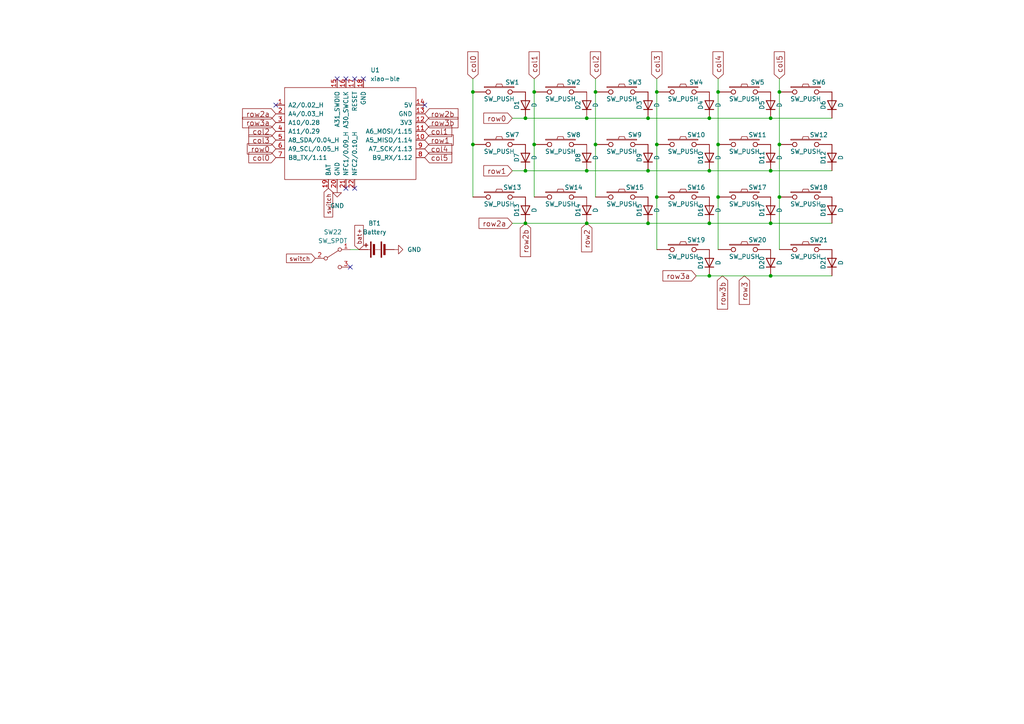
<source format=kicad_sch>
(kicad_sch (version 20230121) (generator eeschema)
  (paper "A4")
  (title_block (title "Corne Chocolate") (date "2018-11-16") (rev "2.0") (company "foostan"))
  (lib_symbols
    (symbol "Device:Battery" (pin_numbers hide) (pin_names (offset 0) hide)
      (property "Reference" "BT" (at 2.54 2.54 0))
      (property "Value" "Battery" (at 2.54 0 0))
      (symbol "Battery_0_1"
        (rectangle (start -2.286 -1.27) (end 2.286 -1.524) (fill (type outline)))
        (rectangle (start -2.286 1.778) (end 2.286 1.524) (fill (type outline)))
        (rectangle (start -1.524 -2.032) (end 1.524 -2.54) (fill (type outline)))
        (rectangle (start -1.524 1.016) (end 1.524 0.508) (fill (type outline)))
        (polyline (pts (xy 0 -1.016) (xy 0 -0.762)))
        (polyline (pts (xy 0 -0.508) (xy 0 -0.254)))
        (polyline (pts (xy 0 0) (xy 0 0.254)))
        (polyline (pts (xy 0 1.778) (xy 0 2.54)))
        (polyline (pts (xy 0.762 3.048) (xy 1.778 3.048)) (stroke (width 0.254)))
        (polyline (pts (xy 1.27 3.556) (xy 1.27 2.54)) (stroke (width 0.254)))
      )
      (symbol "Battery_1_1"
        (pin passive line (at 0 5.08 270) (length 2.54) (name "+") (number "1"))
        (pin passive line (at 0 -5.08 90) (length 2.54) (name "-") (number "2"))
      )
    )
    (symbol "Device:D" (pin_numbers hide) (pin_names (offset 1.016) hide)
      (property "Reference" "D" (at 0 2.54 0))
      (property "Value" "D" (at 0 -2.54 0))
      (symbol "D_0_1"
        (polyline (pts (xy -1.27 1.27) (xy -1.27 -1.27)) (stroke (width 0.254)))
        (polyline (pts (xy 1.27 0) (xy -1.27 0)))
        (polyline (pts (xy 1.27 1.27) (xy 1.27 -1.27) (xy -1.27 0) (xy 1.27 1.27)) (stroke (width 0.254)))
      )
      (symbol "D_1_1"
        (pin passive line (at -3.81 0 0) (length 2.54) (name "K") (number "1"))
        (pin passive line (at 3.81 0 180) (length 2.54) (name "A") (number "2"))
      )
    )
    (symbol "Switch:SW_SPDT" (pin_names (offset 0) hide)
      (property "Reference" "SW" (at 0 4.318 0))
      (property "Value" "SW_SPDT" (at 0 -5.08 0))
      (symbol "SW_SPDT_0_0"
        (circle (center -2.032 0) (radius 0.508))
        (circle (center 2.032 -2.54) (radius 0.508))
      )
      (symbol "SW_SPDT_0_1"
        (polyline (pts (xy -1.524 0.254) (xy 1.651 2.286)))
        (circle (center 2.032 2.54) (radius 0.508))
      )
      (symbol "SW_SPDT_1_1"
        (pin passive line (at 5.08 2.54 180) (length 2.54) (name "A") (number "1"))
        (pin passive line (at -5.08 0 0) (length 2.54) (name "B") (number "2"))
        (pin passive line (at 5.08 -2.54 180) (length 2.54) (name "C") (number "3"))
      )
    )
    (symbol "corne-chocolate-rescue:SW_PUSH-kbd" (pin_numbers hide) (pin_names (offset 1.016) hide)
      (property "Reference" "SW" (at 3.81 2.794 0))
      (property "Value" "SW_PUSH-kbd" (at 0 -2.032 0))
      (symbol "SW_PUSH-kbd_0_1"
        (rectangle (start -4.318 1.27) (end 4.318 1.524))
        (polyline (pts (xy -1.016 1.524) (xy -0.762 2.286) (xy 0.762 2.286) (xy 1.016 1.524)))
        (pin passive inverted (at -7.62 0 0) (length 5.08) (name "1") (number "1"))
        (pin passive inverted (at 7.62 0 180) (length 5.08) (name "2") (number "2"))
      )
    )
    (symbol "kleeb-mcu:xiao-ble" (pin_names (offset 1.016))
      (property "Reference" "U" (at -17.78 16.51 0))
      (property "Value" "xiao-ble" (at -15.24 13.97 0))
      (symbol "xiao-ble_0_1"
        (rectangle (start -19.05 12.7) (end 19.05 -13.97))
      )
      (symbol "xiao-ble_1_1"
        (pin bidirectional line (at -21.59 7.62 0) (length 2.54) (name "A2/0.02_H") (number "1"))
        (pin bidirectional line (at 21.59 -2.54 180) (length 2.54) (name "A5_MISO/1.14") (number "10"))
        (pin bidirectional line (at 21.59 0 180) (length 2.54) (name "A6_MOSI/1.15") (number "11"))
        (pin power_out line (at 21.59 2.54 180) (length 2.54) (name "3V3") (number "12"))
        (pin power_out line (at 21.59 5.08 180) (length 2.54) (name "GND") (number "13"))
        (pin power_out line (at 21.59 7.62 180) (length 2.54) (name "5V") (number "14"))
        (pin input line (at -3.81 15.24 270) (length 2.54) (name "A31_SWDIO") (number "15"))
        (pin input line (at -1.27 15.24 270) (length 2.54) (name "A30_SWCLK") (number "16"))
        (pin input line (at 1.27 15.24 270) (length 2.54) (name "RESET") (number "17"))
        (pin power_out line (at 3.81 15.24 270) (length 2.54) (name "GND") (number "18"))
        (pin bidirectional line (at -6.35 -16.51 90) (length 2.54) (name "BAT") (number "19"))
        (pin bidirectional line (at -21.59 5.08 0) (length 2.54) (name "A4/0.03_H") (number "2"))
        (pin power_out line (at -3.81 -16.51 90) (length 2.54) (name "GND") (number "20"))
        (pin bidirectional line (at -1.27 -16.51 90) (length 2.54) (name "NFC1/0.09_H") (number "21"))
        (pin bidirectional line (at 1.27 -16.51 90) (length 2.54) (name "NFC2/0.10_H") (number "22"))
        (pin bidirectional line (at -21.59 2.54 0) (length 2.54) (name "A10/0.28") (number "3"))
        (pin bidirectional line (at -21.59 0 0) (length 2.54) (name "A11/0.29") (number "4"))
        (pin bidirectional line (at -21.59 -2.54 0) (length 2.54) (name "A8_SDA/0.04_H") (number "5"))
        (pin bidirectional line (at -21.59 -5.08 0) (length 2.54) (name "A9_SCL/0.05_H") (number "6"))
        (pin bidirectional line (at -21.59 -7.62 0) (length 2.54) (name "B8_TX/1.11") (number "7"))
        (pin bidirectional line (at 21.59 -7.62 180) (length 2.54) (name "B9_RX/1.12") (number "8"))
        (pin bidirectional line (at 21.59 -5.08 180) (length 2.54) (name "A7_SCK/1.13") (number "9"))
      )
    )
    (symbol "power:GND" (power) (pin_names (offset 0))
      (property "Value" "GND" (at 0 -3.81 0))
      (symbol "GND_0_1"
        (polyline (pts (xy 0 0) (xy 0 -1.27) (xy 1.27 -1.27) (xy 0 -2.54) (xy -1.27 -1.27) (xy 0 -1.27)))
      )
      (symbol "GND_1_1"
        (pin power_in line (at 0 0 270) (length 0) hide (name "GND") (number "1"))
      )
    )
  )
  (junction (at 205.74 34.29))
  (junction (at 170.18 64.77))
  (junction (at 205.74 80.01))
  (junction (at 226.06 26.67))
  (junction (at 172.72 26.67))
  (junction (at 208.28 26.67))
  (junction (at 154.94 41.91))
  (junction (at 152.4 34.29))
  (junction (at 208.28 57.15))
  (junction (at 152.4 64.77))
  (junction (at 208.28 41.91))
  (junction (at 137.16 41.91))
  (junction (at 187.96 49.53))
  (junction (at 226.06 57.15))
  (junction (at 187.96 34.29))
  (junction (at 190.5 26.67))
  (junction (at 190.5 57.15))
  (junction (at 137.16 26.67))
  (junction (at 152.4 49.53))
  (junction (at 223.52 49.53))
  (junction (at 223.52 80.01))
  (junction (at 170.18 49.53))
  (junction (at 223.52 34.29))
  (junction (at 205.74 64.77))
  (junction (at 154.94 26.67))
  (junction (at 187.96 64.77))
  (junction (at 170.18 34.29))
  (junction (at 226.06 41.91))
  (junction (at 223.52 64.77))
  (junction (at 190.5 41.91))
  (junction (at 205.74 49.53))
  (junction (at 172.72 41.91))
  (no_connect (at 80.01 30.48))
  (no_connect (at 100.33 54.61))
  (no_connect (at 101.6 77.47))
  (no_connect (at 123.19 30.48))
  (no_connect (at 97.79 22.86))
  (no_connect (at 102.87 54.61))
  (no_connect (at 100.33 22.86))
  (no_connect (at 105.41 22.86))
  (no_connect (at 102.87 22.86))
  (wire (pts (xy 190.5 41.91) (xy 190.5 57.15)))
  (wire (pts (xy 137.16 26.67) (xy 137.16 41.91)))
  (wire (pts (xy 187.96 34.29) (xy 205.74 34.29)))
  (wire (pts (xy 205.74 80.01) (xy 223.52 80.01)))
  (wire (pts (xy 226.06 57.15) (xy 226.06 72.39)))
  (wire (pts (xy 101.6 72.39) (xy 104.14 72.39)))
  (wire (pts (xy 170.18 64.77) (xy 187.96 64.77)))
  (wire (pts (xy 137.16 41.91) (xy 137.16 57.15)))
  (wire (pts (xy 226.06 41.91) (xy 226.06 57.15)))
  (wire (pts (xy 154.94 22.86) (xy 154.94 26.67)))
  (wire (pts (xy 223.52 34.29) (xy 241.3 34.29)))
  (wire (pts (xy 208.28 41.91) (xy 208.28 57.15)))
  (wire (pts (xy 223.52 64.77) (xy 241.3 64.77)))
  (wire (pts (xy 148.59 49.53) (xy 152.4 49.53)))
  (wire (pts (xy 154.94 41.91) (xy 154.94 57.15)))
  (wire (pts (xy 208.28 22.86) (xy 208.28 26.67)))
  (wire (pts (xy 223.52 80.01) (xy 241.3 80.01)))
  (wire (pts (xy 187.96 64.77) (xy 205.74 64.77)))
  (wire (pts (xy 190.5 57.15) (xy 190.5 72.39)))
  (wire (pts (xy 223.52 49.53) (xy 241.3 49.53)))
  (wire (pts (xy 190.5 26.67) (xy 190.5 41.91)))
  (wire (pts (xy 172.72 22.86) (xy 172.72 26.67)))
  (wire (pts (xy 170.18 49.53) (xy 187.96 49.53)))
  (wire (pts (xy 226.06 22.86) (xy 226.06 26.67)))
  (wire (pts (xy 154.94 26.67) (xy 154.94 41.91)))
  (wire (pts (xy 187.96 49.53) (xy 205.74 49.53)))
  (wire (pts (xy 152.4 64.77) (xy 170.18 64.77)))
  (wire (pts (xy 205.74 49.53) (xy 223.52 49.53)))
  (wire (pts (xy 201.93 80.01) (xy 205.74 80.01)))
  (wire (pts (xy 190.5 22.86) (xy 190.5 26.67)))
  (wire (pts (xy 208.28 57.15) (xy 208.28 72.39)))
  (wire (pts (xy 148.59 64.77) (xy 152.4 64.77)))
  (wire (pts (xy 226.06 26.67) (xy 226.06 41.91)))
  (wire (pts (xy 170.18 34.29) (xy 187.96 34.29)))
  (wire (pts (xy 172.72 41.91) (xy 172.72 57.15)))
  (wire (pts (xy 172.72 26.67) (xy 172.72 41.91)))
  (wire (pts (xy 205.74 64.77) (xy 223.52 64.77)))
  (wire (pts (xy 152.4 34.29) (xy 170.18 34.29)))
  (wire (pts (xy 148.59 34.29) (xy 152.4 34.29)))
  (wire (pts (xy 152.4 49.53) (xy 170.18 49.53)))
  (wire (pts (xy 208.28 26.67) (xy 208.28 41.91)))
  (wire (pts (xy 137.16 22.86) (xy 137.16 26.67)))
  (wire (pts (xy 205.74 34.29) (xy 223.52 34.29)))
  (global_label "row2a" (shape input) (at 148.59 64.77 180) (effects (font (size 1.524 1.524))) (property "Intersheetrefs" "${INTERSHEET_REFS}" (effects hide)))
  (global_label "col0" (shape input) (at 80.01 45.72 180) (effects (font (size 1.524 1.524))) (property "Intersheetrefs" "${INTERSHEET_REFS}" (effects hide)))
  (global_label "row0" (shape input) (at 148.59 34.29 180) (effects (font (size 1.524 1.524))) (property "Intersheetrefs" "${INTERSHEET_REFS}" (effects hide)))
  (global_label "col4" (shape input) (at 208.28 22.86 90) (effects (font (size 1.524 1.524))) (property "Intersheetrefs" "${INTERSHEET_REFS}" (effects hide)))
  (global_label "row3b" (shape input) (at 209.55 80.01 270) (effects (font (size 1.524 1.524))) (property "Intersheetrefs" "${INTERSHEET_REFS}" (effects hide)))
  (global_label "col2" (shape input) (at 172.72 22.86 90) (effects (font (size 1.524 1.524))) (property "Intersheetrefs" "${INTERSHEET_REFS}" (effects hide)))
  (global_label "row2" (shape input) (at 170.18 64.77 270) (effects (font (size 1.524 1.524))) (property "Intersheetrefs" "${INTERSHEET_REFS}" (effects hide)))
  (global_label "row2b" (shape input) (at 123.19 33.02 0) (effects (font (size 1.524 1.524))) (property "Intersheetrefs" "${INTERSHEET_REFS}" (effects hide)))
  (global_label "col5" (shape input) (at 123.19 45.72 0) (effects (font (size 1.524 1.524))) (property "Intersheetrefs" "${INTERSHEET_REFS}" (effects hide)))
  (global_label "row1" (shape input) (at 123.19 40.64 0) (effects (font (size 1.524 1.524))) (property "Intersheetrefs" "${INTERSHEET_REFS}" (effects hide)))
  (global_label "row3a" (shape input) (at 80.01 35.56 180) (effects (font (size 1.524 1.524))) (property "Intersheetrefs" "${INTERSHEET_REFS}" (effects hide)))
  (global_label "col5" (shape input) (at 226.06 22.86 90) (effects (font (size 1.524 1.524))) (property "Intersheetrefs" "${INTERSHEET_REFS}" (effects hide)))
  (global_label "switch" (shape input) (at 95.25 54.61 270) (property "Intersheetrefs" "${INTERSHEET_REFS}" (effects hide)))
  (global_label "row3a" (shape input) (at 201.93 80.01 180) (effects (font (size 1.524 1.524))) (property "Intersheetrefs" "${INTERSHEET_REFS}" (effects hide)))
  (global_label "col1" (shape input) (at 154.94 22.86 90) (effects (font (size 1.524 1.524))) (property "Intersheetrefs" "${INTERSHEET_REFS}" (effects hide)))
  (global_label "col2" (shape input) (at 80.01 38.1 180) (effects (font (size 1.524 1.524))) (property "Intersheetrefs" "${INTERSHEET_REFS}" (effects hide)))
  (global_label "switch" (shape input) (at 91.44 74.93 180) (property "Intersheetrefs" "${INTERSHEET_REFS}" (effects hide)))
  (global_label "col0" (shape input) (at 137.16 22.86 90) (effects (font (size 1.524 1.524))) (property "Intersheetrefs" "${INTERSHEET_REFS}" (effects hide)))
  (global_label "row1" (shape input) (at 148.59 49.53 180) (effects (font (size 1.524 1.524))) (property "Intersheetrefs" "${INTERSHEET_REFS}" (effects hide)))
  (global_label "row3" (shape input) (at 215.9 80.01 270) (effects (font (size 1.524 1.524))) (property "Intersheetrefs" "${INTERSHEET_REFS}" (effects hide)))
  (global_label "row0" (shape input) (at 80.01 43.18 180) (effects (font (size 1.524 1.524))) (property "Intersheetrefs" "${INTERSHEET_REFS}" (effects hide)))
  (global_label "col3" (shape input) (at 80.01 40.64 180) (effects (font (size 1.524 1.524))) (property "Intersheetrefs" "${INTERSHEET_REFS}" (effects hide)))
  (global_label "bat+" (shape input) (at 104.14 72.39 90) (property "Intersheetrefs" "${INTERSHEET_REFS}" (effects hide)))
  (global_label "col4" (shape input) (at 123.19 43.18 0) (effects (font (size 1.524 1.524))) (property "Intersheetrefs" "${INTERSHEET_REFS}" (effects hide)))
  (global_label "row3b" (shape input) (at 123.19 35.56 0) (effects (font (size 1.524 1.524))) (property "Intersheetrefs" "${INTERSHEET_REFS}" (effects hide)))
  (global_label "row2a" (shape input) (at 80.01 33.02 180) (effects (font (size 1.524 1.524))) (property "Intersheetrefs" "${INTERSHEET_REFS}" (effects hide)))
  (global_label "col1" (shape input) (at 123.19 38.1 0) (effects (font (size 1.524 1.524))) (property "Intersheetrefs" "${INTERSHEET_REFS}" (effects hide)))
  (global_label "row2b" (shape input) (at 152.4 64.77 270) (effects (font (size 1.524 1.524))) (property "Intersheetrefs" "${INTERSHEET_REFS}" (effects hide)))
  (global_label "col3" (shape input) (at 190.5 22.86 90) (effects (font (size 1.524 1.524))) (property "Intersheetrefs" "${INTERSHEET_REFS}" (effects hide)))
  (symbol (lib_id "corne-chocolate-rescue:SW_PUSH-kbd") (at 162.56 26.67 0) (unit 1)
    (property "Reference" "SW2" (at 166.37 23.876 0))
    (property "Value" "SW_PUSH" (at 162.56 28.702 0))
    (property "Footprint" "asdf:MX_ALPS_PG1350_noLed" (effects hide))
  )
  (symbol (lib_id "Device:D") (at 170.18 30.48 90) (unit 1)
    (property "Reference" "D2" (at 167.64 30.48 0))
    (property "Value" "D" (at 172.72 30.48 0))
    (property "Footprint" "asdf:D3_TH_SMD" (effects hide))
  )
  (symbol (lib_id "corne-chocolate-rescue:SW_PUSH-kbd") (at 180.34 26.67 0) (unit 1)
    (property "Reference" "SW3" (at 184.15 23.876 0))
    (property "Value" "SW_PUSH" (at 180.34 28.702 0))
    (property "Footprint" "asdf:MX_ALPS_PG1350_noLed" (effects hide))
  )
  (symbol (lib_id "Device:D") (at 187.96 30.48 90) (unit 1)
    (property "Reference" "D3" (at 185.42 30.48 0))
    (property "Value" "D" (at 190.5 30.48 0))
    (property "Footprint" "asdf:D3_TH_SMD" (effects hide))
  )
  (symbol (lib_id "corne-chocolate-rescue:SW_PUSH-kbd") (at 198.12 26.67 0) (unit 1)
    (property "Reference" "SW4" (at 201.93 23.876 0))
    (property "Value" "SW_PUSH" (at 198.12 28.702 0))
    (property "Footprint" "asdf:MX_ALPS_PG1350_noLed" (effects hide))
  )
  (symbol (lib_id "corne-chocolate-rescue:SW_PUSH-kbd") (at 215.9 26.67 0) (unit 1)
    (property "Reference" "SW5" (at 219.71 23.876 0))
    (property "Value" "SW_PUSH" (at 215.9 28.702 0))
    (property "Footprint" "asdf:MX_ALPS_PG1350_noLed" (effects hide))
  )
  (symbol (lib_id "corne-chocolate-rescue:SW_PUSH-kbd") (at 233.68 26.67 0) (unit 1)
    (property "Reference" "SW6" (at 237.49 23.876 0))
    (property "Value" "SW_PUSH" (at 233.68 28.702 0))
    (property "Footprint" "asdf:MX_ALPS_PG1350_noLed" (effects hide))
  )
  (symbol (lib_id "Device:D") (at 205.74 30.48 90) (unit 1)
    (property "Reference" "D4" (at 203.2 30.48 0))
    (property "Value" "D" (at 208.28 30.48 0))
    (property "Footprint" "asdf:D3_TH_SMD" (effects hide))
  )
  (symbol (lib_id "Device:D") (at 223.52 30.48 90) (unit 1)
    (property "Reference" "D5" (at 220.98 30.48 0))
    (property "Value" "D" (at 226.06 30.48 0))
    (property "Footprint" "asdf:D3_TH_SMD" (effects hide))
  )
  (symbol (lib_id "Device:D") (at 241.3 30.48 90) (unit 1)
    (property "Reference" "D6" (at 238.76 30.48 0))
    (property "Value" "D" (at 243.84 30.48 0))
    (property "Footprint" "asdf:D3_TH_SMD" (effects hide))
  )
  (symbol (lib_id "corne-chocolate-rescue:SW_PUSH-kbd") (at 144.78 26.67 0) (unit 1)
    (property "Reference" "SW1" (at 148.59 23.876 0))
    (property "Value" "SW_PUSH" (at 144.78 28.702 0))
    (property "Footprint" "asdf:MX_ALPS_PG1350_noLed" (effects hide))
  )
  (symbol (lib_id "Device:D") (at 152.4 30.48 90) (unit 1)
    (property "Reference" "D1" (at 149.86 30.48 0))
    (property "Value" "D" (at 154.94 30.48 0))
    (property "Footprint" "asdf:D3_TH_SMD" (effects hide))
  )
  (symbol (lib_id "corne-chocolate-rescue:SW_PUSH-kbd") (at 162.56 41.91 0) (unit 1)
    (property "Reference" "SW8" (at 166.37 39.116 0))
    (property "Value" "SW_PUSH" (at 162.56 43.942 0))
    (property "Footprint" "asdf:MX_ALPS_PG1350_noLed" (effects hide))
  )
  (symbol (lib_id "Device:D") (at 170.18 45.72 90) (unit 1)
    (property "Reference" "D8" (at 167.64 45.72 0))
    (property "Value" "D" (at 172.72 45.72 0))
    (property "Footprint" "asdf:D3_TH_SMD" (effects hide))
  )
  (symbol (lib_id "corne-chocolate-rescue:SW_PUSH-kbd") (at 180.34 41.91 0) (unit 1)
    (property "Reference" "SW9" (at 184.15 39.116 0))
    (property "Value" "SW_PUSH" (at 180.34 43.942 0))
    (property "Footprint" "asdf:MX_ALPS_PG1350_noLed" (effects hide))
  )
  (symbol (lib_id "Device:D") (at 187.96 45.72 90) (unit 1)
    (property "Reference" "D9" (at 185.42 45.72 0))
    (property "Value" "D" (at 190.5 45.72 0))
    (property "Footprint" "asdf:D3_TH_SMD" (effects hide))
  )
  (symbol (lib_id "corne-chocolate-rescue:SW_PUSH-kbd") (at 198.12 41.91 0) (unit 1)
    (property "Reference" "SW10" (at 201.93 39.116 0))
    (property "Value" "SW_PUSH" (at 198.12 43.942 0))
    (property "Footprint" "asdf:MX_ALPS_PG1350_noLed" (effects hide))
  )
  (symbol (lib_id "corne-chocolate-rescue:SW_PUSH-kbd") (at 215.9 41.91 0) (unit 1)
    (property "Reference" "SW11" (at 219.71 39.116 0))
    (property "Value" "SW_PUSH" (at 215.9 43.942 0))
    (property "Footprint" "asdf:MX_ALPS_PG1350_noLed" (effects hide))
  )
  (symbol (lib_id "corne-chocolate-rescue:SW_PUSH-kbd") (at 233.68 41.91 0) (unit 1)
    (property "Reference" "SW12" (at 237.49 39.116 0))
    (property "Value" "SW_PUSH" (at 233.68 43.942 0))
    (property "Footprint" "asdf:MX_ALPS_PG1350_noLed" (effects hide))
  )
  (symbol (lib_id "Device:D") (at 205.74 45.72 90) (unit 1)
    (property "Reference" "D10" (at 203.2 45.72 0))
    (property "Value" "D" (at 208.28 45.72 0))
    (property "Footprint" "asdf:D3_TH_SMD" (effects hide))
  )
  (symbol (lib_id "Device:D") (at 223.52 45.72 90) (unit 1)
    (property "Reference" "D11" (at 220.98 45.72 0))
    (property "Value" "D" (at 226.06 45.72 0))
    (property "Footprint" "asdf:D3_TH_SMD" (effects hide))
  )
  (symbol (lib_id "Device:D") (at 241.3 45.72 90) (unit 1)
    (property "Reference" "D12" (at 238.76 45.72 0))
    (property "Value" "D" (at 243.84 45.72 0))
    (property "Footprint" "asdf:D3_TH_SMD" (effects hide))
  )
  (symbol (lib_id "corne-chocolate-rescue:SW_PUSH-kbd") (at 144.78 41.91 0) (unit 1)
    (property "Reference" "SW7" (at 148.59 39.116 0))
    (property "Value" "SW_PUSH" (at 144.78 43.942 0))
    (property "Footprint" "asdf:MX_ALPS_PG1350_noLed" (effects hide))
  )
  (symbol (lib_id "Device:D") (at 152.4 45.72 90) (unit 1)
    (property "Reference" "D7" (at 149.86 45.72 0))
    (property "Value" "D" (at 154.94 45.72 0))
    (property "Footprint" "asdf:D3_TH_SMD" (effects hide))
  )
  (symbol (lib_id "corne-chocolate-rescue:SW_PUSH-kbd") (at 162.56 57.15 0) (unit 1)
    (property "Reference" "SW14" (at 166.37 54.356 0))
    (property "Value" "SW_PUSH" (at 162.56 59.182 0))
    (property "Footprint" "asdf:MX_ALPS_PG1350_noLed" (effects hide))
  )
  (symbol (lib_id "Device:D") (at 170.18 60.96 90) (unit 1)
    (property "Reference" "D14" (at 167.64 60.96 0))
    (property "Value" "D" (at 172.72 60.96 0))
    (property "Footprint" "asdf:D3_TH_SMD" (effects hide))
  )
  (symbol (lib_id "corne-chocolate-rescue:SW_PUSH-kbd") (at 180.34 57.15 0) (unit 1)
    (property "Reference" "SW15" (at 184.15 54.356 0))
    (property "Value" "SW_PUSH" (at 180.34 59.182 0))
    (property "Footprint" "asdf:MX_ALPS_PG1350_noLed" (effects hide))
  )
  (symbol (lib_id "Device:D") (at 187.96 60.96 90) (unit 1)
    (property "Reference" "D15" (at 185.42 60.96 0))
    (property "Value" "D" (at 190.5 60.96 0))
    (property "Footprint" "asdf:D3_TH_SMD" (effects hide))
  )
  (symbol (lib_id "corne-chocolate-rescue:SW_PUSH-kbd") (at 198.12 57.15 0) (unit 1)
    (property "Reference" "SW16" (at 201.93 54.356 0))
    (property "Value" "SW_PUSH" (at 198.12 59.182 0))
    (property "Footprint" "asdf:MX_ALPS_PG1350_noLed" (effects hide))
  )
  (symbol (lib_id "corne-chocolate-rescue:SW_PUSH-kbd") (at 215.9 57.15 0) (unit 1)
    (property "Reference" "SW17" (at 219.71 54.356 0))
    (property "Value" "SW_PUSH" (at 215.9 59.182 0))
    (property "Footprint" "asdf:MX_ALPS_PG1350_noLed" (effects hide))
  )
  (symbol (lib_id "corne-chocolate-rescue:SW_PUSH-kbd") (at 233.68 57.15 0) (unit 1)
    (property "Reference" "SW18" (at 237.49 54.356 0))
    (property "Value" "SW_PUSH" (at 233.68 59.182 0))
    (property "Footprint" "asdf:MX_ALPS_PG1350_noLed" (effects hide))
  )
  (symbol (lib_id "Device:D") (at 205.74 60.96 90) (unit 1)
    (property "Reference" "D16" (at 203.2 60.96 0))
    (property "Value" "D" (at 208.28 60.96 0))
    (property "Footprint" "asdf:D3_TH_SMD" (effects hide))
  )
  (symbol (lib_id "Device:D") (at 223.52 60.96 90) (unit 1)
    (property "Reference" "D17" (at 220.98 60.96 0))
    (property "Value" "D" (at 226.06 60.96 0))
    (property "Footprint" "asdf:D3_TH_SMD" (effects hide))
  )
  (symbol (lib_id "Device:D") (at 241.3 60.96 90) (unit 1)
    (property "Reference" "D18" (at 238.76 60.96 0))
    (property "Value" "D" (at 243.84 60.96 0))
    (property "Footprint" "asdf:D3_TH_SMD" (effects hide))
  )
  (symbol (lib_id "corne-chocolate-rescue:SW_PUSH-kbd") (at 144.78 57.15 0) (unit 1)
    (property "Reference" "SW13" (at 148.59 54.356 0))
    (property "Value" "SW_PUSH" (at 144.78 59.182 0))
    (property "Footprint" "asdf:MX_ALPS_PG1350_noLed" (effects hide))
  )
  (symbol (lib_id "Device:D") (at 152.4 60.96 90) (unit 1)
    (property "Reference" "D13" (at 149.86 60.96 0))
    (property "Value" "D" (at 154.94 60.96 0))
    (property "Footprint" "asdf:D3_TH_SMD" (effects hide))
  )
  (symbol (lib_id "corne-chocolate-rescue:SW_PUSH-kbd") (at 215.9 72.39 0) (unit 1)
    (property "Reference" "SW20" (at 219.71 69.596 0))
    (property "Value" "SW_PUSH" (at 215.9 74.422 0))
    (property "Footprint" "asdf:MX_ALPS_PG1350_noLed" (effects hide))
  )
  (symbol (lib_id "Device:D") (at 223.52 76.2 90) (unit 1)
    (property "Reference" "D20" (at 220.98 76.2 0))
    (property "Value" "D" (at 226.06 76.2 0))
    (property "Footprint" "asdf:D3_TH_SMD" (effects hide))
  )
  (symbol (lib_id "corne-chocolate-rescue:SW_PUSH-kbd") (at 233.68 72.39 0) (unit 1)
    (property "Reference" "SW21" (at 237.49 69.596 0))
    (property "Value" "SW_PUSH" (at 233.68 74.422 0))
    (property "Footprint" "asdf:MX_ALPS_PG1350_noLed" (effects hide))
  )
  (symbol (lib_id "Device:D") (at 241.3 76.2 90) (unit 1)
    (property "Reference" "D21" (at 238.76 76.2 0))
    (property "Value" "D" (at 243.84 76.2 0))
    (property "Footprint" "asdf:D3_TH_SMD" (effects hide))
  )
  (symbol (lib_id "corne-chocolate-rescue:SW_PUSH-kbd") (at 198.12 72.39 0) (unit 1)
    (property "Reference" "SW19" (at 201.93 69.596 0))
    (property "Value" "SW_PUSH" (at 198.12 74.422 0))
    (property "Footprint" "asdf:MX_ALPS_PG1350_noLed" (effects hide))
  )
  (symbol (lib_id "Device:D") (at 205.74 76.2 90) (unit 1)
    (property "Reference" "D19" (at 203.2 76.2 0))
    (property "Value" "D" (at 208.28 76.2 0))
    (property "Footprint" "asdf:D3_TH_SMD" (effects hide))
  )
  (symbol (lib_id "power:GND") (at 97.79 54.61 0) (unit 1)
    (property "Reference" "#PWR02" (effects hide))
    (property "Value" "GND" (at 97.79 59.69 0))
  )
  (symbol (lib_id "power:GND") (at 114.3 72.39 90) (unit 1)
    (property "Reference" "#PWR01" (effects hide))
    (property "Value" "GND" (at 118.11 72.39 90) (effects (justify right)))
  )
  (symbol (lib_id "Device:Battery") (at 109.22 72.39 90) (unit 1)
    (property "Reference" "BT1" (at 108.6485 64.77 90))
    (property "Value" "Battery" (at 108.6485 67.31 90))
  )
  (symbol (lib_id "Switch:SW_SPDT") (at 96.52 74.93 0) (unit 1)
    (property "Reference" "SW22" (at 96.52 67.31 0))
    (property "Value" "SW_SPDT" (at 96.52 69.85 0))
    (property "Footprint" "Button_Switch_SMD:SW_SPDT_PCM12" (effects hide))
  )
  (symbol (lib_id "kleeb-mcu:xiao-ble") (at 101.6 38.1 0) (unit 1)
    (property "Reference" "U1" (at 107.4294 20.32 0) (effects (justify left)))
    (property "Value" "xiao-ble" (at 107.4294 22.86 0) (effects (justify left)))
    (property "Footprint" "asdf:xiao-ble-smd-cutout" (effects hide))
  )
)
</source>
